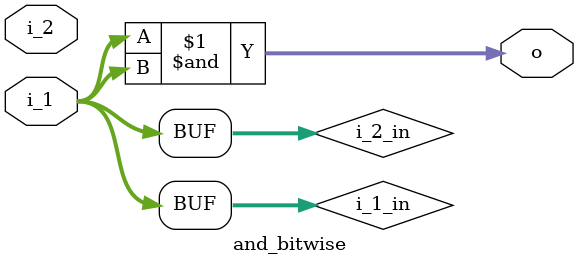
<source format=sv>

`include "and_bitwise_define.h"

module and_bitwise 
#(
  parameter WIDTH = 32
)
(
  input [WIDTH - 1:0] i_1,// Input 1
  input [WIDTH - 1:0] i_2,// Input 2
  `ifdef AND_BITWISE_ENABLE_PIN
  input enable,
  `endif 
  output [WIDTH - 1:0] o  // Output
);

wire [WIDTH - 1:0] i_1_in;
wire [WIDTH - 1:0] i_2_in;

`ifdef AND_BITWISE_ENABLE_PIN
assign i_1_in = (enable) ? i_1 : {WIDTH{1'b0}};
assign i_2_in = (enable) ? i_2 : {WIDTH{1'b0}};
`else
assign i_1_in = i_1;
assign i_2_in = i_1;
`endif
assign o = i_1_in & i_2_in;

endmodule

</source>
